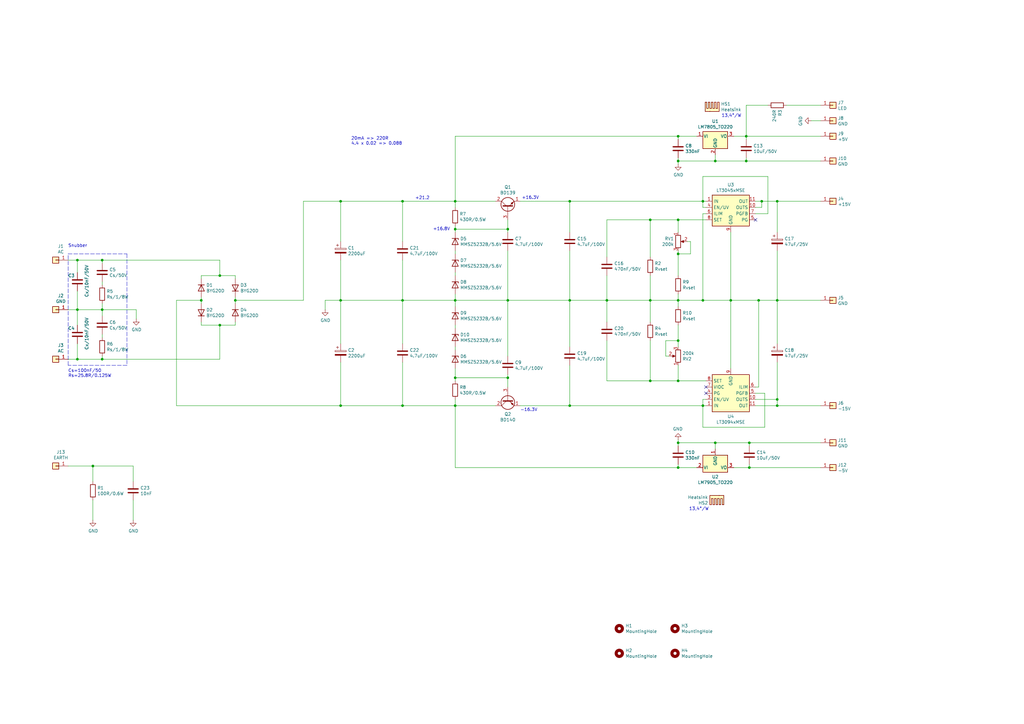
<source format=kicad_sch>
(kicad_sch (version 20250114) (generator "eeschema") (generator_version "9.0")
  (paper "A3")
  (title_block (title "Ultra Low Noise PSU") (date "2025-08-11") (rev "V5"))
  (lib_symbols
    (symbol "Connector_Generic:Conn_01x01" (pin_names (offset 1.016) (hide yes))
      (property "Reference" "J" (at 0 2.54 0))
      (property "Value" "Conn_01x01" (at 0 -2.54 0))
      (symbol "Conn_01x01_1_1"
        (rectangle (start -1.27 1.27) (end 1.27 -1.27) (stroke (width 0.254)) (fill (type background)))
        (rectangle (start -1.27 0.127) (end 0 -0.127) (stroke (width 0.1524)))
        (pin passive line (at -5.08 0 0) (length 3.81) (name "Pin_1") (number "1"))
      )
    )
    (symbol "Device:C" (pin_numbers (hide yes)) (pin_names (offset 0.254))
      (property "Reference" "C" (at 0.635 2.54 0))
      (property "Value" "C" (at 0.635 -2.54 0))
      (symbol "C_0_1"
        (polyline (pts (xy -2.032 0.762) (xy 2.032 0.762)) (stroke (width 0.508)))
        (polyline (pts (xy -2.032 -0.762) (xy 2.032 -0.762)) (stroke (width 0.508)))
      )
      (symbol "C_1_1"
        (pin passive line (at 0 3.81 270) (length 2.794) (name "~") (number "1"))
        (pin passive line (at 0 -3.81 90) (length 2.794) (name "~") (number "2"))
      )
    )
    (symbol "Device:C_Polarized" (pin_numbers (hide yes)) (pin_names (offset 0.254))
      (property "Reference" "C" (at 0.635 2.54 0))
      (property "Value" "C_Polarized" (at 0.635 -2.54 0))
      (symbol "C_Polarized_0_1"
        (rectangle (start -2.286 0.508) (end 2.286 1.016))
        (polyline (pts (xy -1.778 2.286) (xy -0.762 2.286)))
        (polyline (pts (xy -1.27 2.794) (xy -1.27 1.778)))
        (rectangle (start 2.286 -0.508) (end -2.286 -1.016) (fill (type outline)))
      )
      (symbol "C_Polarized_1_1"
        (pin passive line (at 0 3.81 270) (length 2.794) (name "~") (number "1"))
        (pin passive line (at 0 -3.81 90) (length 2.794) (name "~") (number "2"))
      )
    )
    (symbol "Device:D" (pin_numbers (hide yes)) (pin_names (offset 1.016) (hide yes))
      (property "Reference" "D" (at 0 2.54 0))
      (property "Value" "D" (at 0 -2.54 0))
      (symbol "D_0_1"
        (polyline (pts (xy -1.27 1.27) (xy -1.27 -1.27)) (stroke (width 0.254)))
        (polyline (pts (xy 1.27 1.27) (xy 1.27 -1.27) (xy -1.27 0) (xy 1.27 1.27)) (stroke (width 0.254)))
        (polyline (pts (xy 1.27 0) (xy -1.27 0)))
      )
      (symbol "D_1_1"
        (pin passive line (at -3.81 0 0) (length 2.54) (name "K") (number "1"))
        (pin passive line (at 3.81 0 180) (length 2.54) (name "A") (number "2"))
      )
    )
    (symbol "Device:R" (pin_numbers (hide yes)) (pin_names (offset 0))
      (property "Reference" "R" (at 2.032 0 90))
      (property "Value" "R" (at 0 0 90))
      (symbol "R_0_1"
        (rectangle (start -1.016 -2.54) (end 1.016 2.54) (stroke (width 0.254)))
      )
      (symbol "R_1_1"
        (pin passive line (at 0 3.81 270) (length 1.27) (name "~") (number "1"))
        (pin passive line (at 0 -3.81 90) (length 1.27) (name "~") (number "2"))
      )
    )
    (symbol "Device:R_Potentiometer" (pin_names (offset 1.016) (hide yes))
      (property "Reference" "RV" (at -4.445 0 90))
      (property "Value" "R_Potentiometer" (at -2.54 0 90))
      (symbol "R_Potentiometer_0_1"
        (rectangle (start 1.016 2.54) (end -1.016 -2.54) (stroke (width 0.254)))
        (polyline (pts (xy 1.143 0) (xy 2.286 0.508) (xy 2.286 -0.508) (xy 1.143 0)) (fill (type outline)))
        (polyline (pts (xy 2.54 0) (xy 1.524 0)))
      )
      (symbol "R_Potentiometer_1_1"
        (pin passive line (at 0 3.81 270) (length 1.27) (name "1") (number "1"))
        (pin passive line (at 0 -3.81 90) (length 1.27) (name "3") (number "3"))
        (pin passive line (at 3.81 0 180) (length 1.27) (name "2") (number "2"))
      )
    )
    (symbol "Diode:Z1SMAxxx" (pin_numbers (hide yes)) (pin_names (hide yes))
      (property "Reference" "D" (at 0 2.54 0))
      (property "Value" "Z1SMAxxx" (at 0 -2.54 0))
      (symbol "Z1SMAxxx_0_1"
        (polyline (pts (xy -1.27 -1.27) (xy -1.27 1.27) (xy -0.762 1.27)) (stroke (width 0.254)))
        (polyline (pts (xy 1.27 0) (xy -1.27 0)))
        (polyline (pts (xy 1.27 -1.27) (xy 1.27 1.27) (xy -1.27 0) (xy 1.27 -1.27)) (stroke (width 0.254)))
      )
      (symbol "Z1SMAxxx_1_1"
        (pin passive line (at -3.81 0 0) (length 2.54) (name "K") (number "1"))
        (pin passive line (at 3.81 0 180) (length 2.54) (name "A") (number "2"))
      )
    )
    (symbol "Mechanical:Heatsink" (pin_names (offset 1.016))
      (property "Reference" "HS" (at 0 5.08 0))
      (property "Value" "Heatsink" (at 0 -1.27 0))
      (symbol "Heatsink_0_1"
        (polyline (pts (xy -0.3302 1.27) (xy -0.9652 1.27) (xy -0.9652 3.81) (xy -1.6002 3.81) (xy -1.6002 1.27) (xy -2.2352 1.27) (xy -2.2352 3.81) (xy -2.8702 3.81) (xy -2.8702 0) (xy -0.9652 0)) (stroke (width 0.254)) (fill (type background)))
        (polyline (pts (xy -0.3302 1.27) (xy -0.3302 3.81) (xy 0.3048 3.81) (xy 0.3048 1.27) (xy 0.9398 1.27) (xy 0.9398 3.81) (xy 1.5748 3.81) (xy 1.5748 1.27) (xy 2.2098 1.27) (xy 2.2098 3.81) (xy 2.8448 3.81) (xy 2.8448 0) (xy -0.9652 0)) (stroke (width 0.254)) (fill (type background)))
      )
    )
    (symbol "Mechanical:MountingHole" (pin_names (offset 1.016)) (in_bom no)
      (property "Reference" "H" (at 0 5.08 0))
      (property "Value" "MountingHole" (at 0 3.175 0))
      (symbol "MountingHole_0_1"
        (circle (center 0 0) (radius 1.27) (stroke (width 1.27)))
      )
    )
    (symbol "Regulator_Linear:LM7805_TO220" (pin_names (offset 0.254))
      (property "Reference" "U" (at -3.81 3.175 0))
      (property "Value" "LM7805_TO220" (at 0 3.175 0))
      (symbol "LM7805_TO220_0_1"
        (rectangle (start -5.08 1.905) (end 5.08 -5.08) (stroke (width 0.254)) (fill (type background)))
      )
      (symbol "LM7805_TO220_1_1"
        (pin power_in line (at -7.62 0 0) (length 2.54) (name "VI") (number "1"))
        (pin power_in line (at 0 -7.62 90) (length 2.54) (name "GND") (number "2"))
        (pin power_out line (at 7.62 0 180) (length 2.54) (name "VO") (number "3"))
      )
    )
    (symbol "Regulator_Linear:LM7905_TO220" (pin_names (offset 0.254))
      (property "Reference" "U" (at -3.81 -3.175 0))
      (property "Value" "LM7905_TO220" (at 0 -3.175 0))
      (symbol "LM7905_TO220_0_1"
        (rectangle (start -5.08 5.08) (end 5.08 -1.905) (stroke (width 0.254)) (fill (type background)))
      )
      (symbol "LM7905_TO220_1_1"
        (pin power_in line (at -7.62 0 0) (length 2.54) (name "VI") (number "2"))
        (pin power_in line (at 0 7.62 270) (length 2.54) (name "GND") (number "1"))
        (pin power_out line (at 7.62 0 180) (length 2.54) (name "VO") (number "3"))
      )
    )
    (symbol "Regulator_Linear:LT3045xMSE"
      (property "Reference" "U" (at -6.35 6.35 0))
      (property "Value" "LT3045xMSE" (at 1.27 6.35 0))
      (symbol "LT3045xMSE_0_1"
        (rectangle (start -7.62 5.08) (end 7.62 -7.62) (stroke (width 0.254)) (fill (type background)))
      )
      (symbol "LT3045xMSE_1_1"
        (pin power_in line (at -10.16 2.54 0) (length 2.54) (name "IN") (number "1"))
        (pin passive line (at -10.16 2.54 0) (length 2.54) (hide yes) (name "IN") (number "2"))
        (pin passive line (at -10.16 2.54 0) (length 2.54) (hide yes) (name "IN") (number "3"))
        (pin input line (at -10.16 0 0) (length 2.54) (name "EN/UV") (number "4"))
        (pin passive line (at -10.16 -2.54 0) (length 2.54) (name "ILIM") (number "6"))
        (pin passive line (at -10.16 -5.08 0) (length 2.54) (name "SET") (number "8"))
        (pin passive line (at 0 -10.16 90) (length 2.54) (hide yes) (name "GND") (number "13"))
        (pin power_in line (at 0 -10.16 90) (length 2.54) (name "GND") (number "9"))
        (pin power_out line (at 10.16 2.54 180) (length 2.54) (name "OUT") (number "11"))
        (pin passive line (at 10.16 2.54 180) (length 2.54) (hide yes) (name "OUT") (number "12"))
        (pin input line (at 10.16 0 180) (length 2.54) (name "OUTS") (number "10"))
        (pin input line (at 10.16 -2.54 180) (length 2.54) (name "PGFB") (number "7"))
        (pin open_collector line (at 10.16 -5.08 180) (length 2.54) (name "PG") (number "5"))
      )
    )
    (symbol "Regulator_Linear:LT3094xMSE"
      (property "Reference" "U" (at -6.35 8.89 0))
      (property "Value" "LT3094xMSE" (at 1.27 8.89 0))
      (symbol "LT3094xMSE_0_0"
        (pin passive line (at -10.16 5.08 0) (length 2.54) (hide yes) (name "IN") (number "13"))
        (pin passive line (at 10.16 5.08 180) (length 2.54) (hide yes) (name "OUT") (number "12"))
      )
      (symbol "LT3094xMSE_0_1"
        (rectangle (start 7.62 7.62) (end -7.62 -7.62) (stroke (width 0.254)) (fill (type background)))
      )
      (symbol "LT3094xMSE_1_1"
        (pin power_in line (at -10.16 5.08 0) (length 2.54) (name "IN") (number "1"))
        (pin passive line (at -10.16 5.08 0) (length 2.54) (hide yes) (name "IN") (number "2"))
        (pin input line (at -10.16 2.54 0) (length 2.54) (name "EN/UV") (number "3"))
        (pin open_collector line (at -10.16 0 0) (length 2.54) (name "PG") (number "4"))
        (pin passive line (at -10.16 -2.54 0) (length 2.54) (name "VIOC") (number "7"))
        (pin passive line (at -10.16 -5.08 0) (length 2.54) (name "SET") (number "8"))
        (pin power_in line (at 0 -10.16 90) (length 2.54) (name "GND") (number "9"))
        (pin power_out line (at 10.16 5.08 180) (length 2.54) (name "OUT") (number "11"))
        (pin input line (at 10.16 2.54 180) (length 2.54) (name "OUTS") (number "10"))
        (pin input line (at 10.16 0 180) (length 2.54) (name "PGFB") (number "5"))
        (pin passive line (at 10.16 -2.54 180) (length 2.54) (name "ILIM") (number "6"))
      )
    )
    (symbol "Transistor_BJT:BD139" (pin_names (offset 0) (hide yes))
      (property "Reference" "Q" (at 5.08 1.905 0))
      (property "Value" "BD139" (at 5.08 0 0))
      (symbol "BD139_0_1"
        (polyline (pts (xy -2.54 0) (xy 0.635 0)))
        (polyline (pts (xy 0.635 1.905) (xy 0.635 -1.905)) (stroke (width 0.508)))
        (circle (center 1.27 0) (radius 2.8194) (stroke (width 0.254)))
      )
      (symbol "BD139_1_1"
        (polyline (pts (xy 0.635 0.635) (xy 2.54 2.54)))
        (polyline (pts (xy 0.635 -0.635) (xy 2.54 -2.54)))
        (polyline (pts (xy 1.27 -1.778) (xy 1.778 -1.27) (xy 2.286 -2.286) (xy 1.27 -1.778)) (fill (type outline)))
        (pin input line (at -5.08 0 0) (length 2.54) (name "B") (number "3"))
        (pin passive line (at 2.54 5.08 270) (length 2.54) (name "C") (number "2"))
        (pin passive line (at 2.54 -5.08 90) (length 2.54) (name "E") (number "1"))
      )
    )
    (symbol "Transistor_BJT:BD140" (pin_names (offset 0) (hide yes))
      (property "Reference" "Q" (at 5.08 1.905 0))
      (property "Value" "BD140" (at 5.08 0 0))
      (symbol "BD140_0_1"
        (polyline (pts (xy -2.54 0) (xy 0.635 0)))
        (polyline (pts (xy 0.635 1.905) (xy 0.635 -1.905)) (stroke (width 0.508)))
        (polyline (pts (xy 0.635 0.635) (xy 2.54 2.54)))
        (polyline (pts (xy 0.635 -0.635) (xy 2.54 -2.54)))
        (circle (center 1.27 0) (radius 2.8194) (stroke (width 0.254)))
        (polyline (pts (xy 2.286 -1.778) (xy 1.778 -2.286) (xy 1.27 -1.27) (xy 2.286 -1.778)) (fill (type outline)))
      )
      (symbol "BD140_1_1"
        (pin input line (at -5.08 0 0) (length 2.54) (name "B") (number "3"))
        (pin passive line (at 2.54 5.08 270) (length 2.54) (name "C") (number "2"))
        (pin passive line (at 2.54 -5.08 90) (length 2.54) (name "E") (number "1"))
      )
    )
    (symbol "power:GND" (power) (pin_numbers (hide yes)) (pin_names (offset 0) (hide yes))
      (property "Value" "GND" (at 0 -3.81 0))
      (symbol "GND_0_1"
        (polyline (pts (xy 0 0) (xy 0 -1.27) (xy 1.27 -1.27) (xy 0 -2.54) (xy -1.27 -1.27) (xy 0 -1.27)))
      )
      (symbol "GND_1_1"
        (pin power_in line (at 0 0 270) (length 0) (name "~") (number "1"))
      )
    )
  )
  (text "+16.3V" (at 213.995 81.915 0) (effects (font (size 1.27 1.27)) (justify left bottom)))
  (text "13,4°/W" (at 282.575 209.55 0) (effects (font (size 1.27 1.27)) (justify left bottom)))
  (text "+21.2" (at 173.228 81.28 0) (effects (font (size 1.27 1.27))))
  (text "Snubber" (at 27.94 101.6 0) (effects (font (size 1.27 1.27)) (justify left bottom)))
  (text "Cs=100nF/50\nRs=25.8R/0.125W" (at 27.94 154.94 0) (effects (font (size 1.27 1.27)) (justify left bottom)))
  (text "-16.3V" (at 213.36 168.91 0) (effects (font (size 1.27 1.27)) (justify left bottom)))
  (text "+16.8V" (at 177.546 94.742 0) (effects (font (size 1.27 1.27)) (justify left bottom)))
  (text "13,4°/W" (at 295.91 48.26 0) (effects (font (size 1.27 1.27)) (justify left bottom)))
  (text "20mA => 220R\n4.4 x 0.02 => 0.088" (at 144.018 57.912 0) (effects (font (size 1.27 1.27)) (justify left)))
  (junction (at 248.92 123.19))
  (junction (at 165.1 166.37))
  (junction (at 306.07 66.04))
  (junction (at 41.91 147.32))
  (junction (at 278.13 191.77))
  (junction (at 41.91 127))
  (junction (at 186.69 123.19))
  (junction (at 299.72 123.19))
  (junction (at 90.17 133.35))
  (junction (at 233.68 82.55))
  (junction (at 318.77 166.37))
  (junction (at 288.29 166.37))
  (junction (at 311.15 123.19))
  (junction (at 293.37 66.04))
  (junction (at 318.77 123.19))
  (junction (at 312.42 82.55))
  (junction (at 139.7 123.19))
  (junction (at 165.1 82.55))
  (junction (at 318.77 82.55))
  (junction (at 278.13 181.61))
  (junction (at 82.55 123.19))
  (junction (at 139.7 82.55))
  (junction (at 318.77 163.83))
  (junction (at 139.7 166.37))
  (junction (at 31.75 127))
  (junction (at 208.28 154.94))
  (junction (at 278.13 55.88))
  (junction (at 266.7 156.21))
  (junction (at 31.75 106.68))
  (junction (at 266.7 123.19))
  (junction (at 266.7 90.17))
  (junction (at 31.75 147.32))
  (junction (at 278.13 123.19))
  (junction (at 233.68 166.37))
  (junction (at 288.29 82.55))
  (junction (at 288.29 123.19))
  (junction (at 186.69 166.37))
  (junction (at 307.34 191.77))
  (junction (at 38.1 191.135))
  (junction (at 278.13 66.04))
  (junction (at 41.91 106.68))
  (junction (at 233.68 123.19))
  (junction (at 306.07 55.88))
  (junction (at 96.52 123.19))
  (junction (at 293.37 181.61))
  (junction (at 165.1 123.19))
  (junction (at 278.13 90.17))
  (junction (at 90.17 113.03))
  (junction (at 278.13 104.14))
  (junction (at 186.69 82.55))
  (junction (at 186.69 93.98))
  (junction (at 208.28 123.19))
  (junction (at 307.34 181.61))
  (junction (at 208.28 93.98))
  (junction (at 278.13 156.21))
  (junction (at 186.69 154.94))
  (junction (at 278.13 139.7))
  (no_connect (at 289.56 158.75))
  (no_connect (at 309.88 90.17))
  (no_connect (at 289.56 161.29))
  (wire (pts (xy 314.96 87.63) (xy 314.96 72.39)))
  (wire (pts (xy 203.2 82.55) (xy 186.69 82.55)))
  (wire (pts (xy 186.69 93.98) (xy 208.28 93.98)))
  (wire (pts (xy 266.7 156.21) (xy 278.13 156.21)))
  (wire (pts (xy 274.32 146.05) (xy 273.05 146.05)))
  (wire (pts (xy 208.28 123.19) (xy 208.28 146.05)))
  (wire (pts (xy 293.37 66.04) (xy 306.07 66.04)))
  (wire (pts (xy 186.69 123.19) (xy 208.28 123.19)))
  (wire (pts (xy 248.92 105.41) (xy 248.92 90.17)))
  (wire (pts (xy 165.1 106.68) (xy 165.1 123.19)))
  (wire (pts (xy 293.37 181.61) (xy 307.34 181.61)))
  (wire (pts (xy 233.68 82.55) (xy 233.68 95.25)))
  (wire (pts (xy 307.34 181.61) (xy 307.34 182.88)))
  (wire (pts (xy 312.42 85.09) (xy 312.42 82.55)))
  (wire (pts (xy 54.61 205.105) (xy 54.61 213.36)))
  (wire (pts (xy 278.13 149.86) (xy 278.13 156.21)))
  (wire (pts (xy 208.28 154.94) (xy 208.28 158.75)))
  (wire (pts (xy 186.69 104.14) (xy 186.69 102.87)))
  (wire (pts (xy 278.13 67.31) (xy 278.13 66.04)))
  (wire (pts (xy 278.13 90.17) (xy 289.56 90.17)))
  (wire (pts (xy 27.94 127) (xy 31.75 127)))
  (wire (pts (xy 186.69 82.55) (xy 165.1 82.55)))
  (wire (pts (xy 278.13 191.77) (xy 186.69 191.77)))
  (wire (pts (xy 318.77 123.19) (xy 336.55 123.19)))
  (wire (pts (xy 96.52 121.92) (xy 96.52 123.19)))
  (wire (pts (xy 186.69 154.94) (xy 208.28 154.94)))
  (wire (pts (xy 31.75 147.32) (xy 41.91 147.32)))
  (wire (pts (xy 186.69 191.77) (xy 186.69 166.37)))
  (wire (pts (xy 248.92 123.19) (xy 266.7 123.19)))
  (wire (pts (xy 288.29 175.26) (xy 288.29 166.37)))
  (wire (pts (xy 311.15 123.19) (xy 318.77 123.19)))
  (wire (pts (xy 186.69 55.88) (xy 278.13 55.88)))
  (wire (pts (xy 82.55 113.03) (xy 82.55 114.3)))
  (wire (pts (xy 299.72 123.19) (xy 311.15 123.19)))
  (wire (pts (xy 278.13 123.19) (xy 278.13 125.73)))
  (wire (pts (xy 289.56 163.83) (xy 288.29 163.83)))
  (wire (pts (xy 41.91 127) (xy 55.88 127)))
  (wire (pts (xy 288.29 163.83) (xy 288.29 166.37)))
  (wire (pts (xy 266.7 123.19) (xy 278.13 123.19)))
  (wire (pts (xy 96.52 114.3) (xy 96.52 113.03)))
  (wire (pts (xy 309.88 166.37) (xy 318.77 166.37)))
  (wire (pts (xy 278.13 120.65) (xy 278.13 123.19)))
  (wire (pts (xy 72.39 166.37) (xy 139.7 166.37)))
  (wire (pts (xy 248.92 90.17) (xy 266.7 90.17)))
  (wire (pts (xy 278.13 57.15) (xy 278.13 55.88)))
  (wire (pts (xy 278.13 133.35) (xy 278.13 139.7)))
  (wire (pts (xy 41.91 129.54) (xy 41.91 127)))
  (wire (pts (xy 233.68 123.19) (xy 248.92 123.19)))
  (wire (pts (xy 208.28 153.67) (xy 208.28 154.94)))
  (wire (pts (xy 90.17 106.68) (xy 90.17 113.03)))
  (wire (pts (xy 336.55 43.18) (xy 322.58 43.18)))
  (wire (pts (xy 318.77 82.55) (xy 318.77 95.25)))
  (wire (pts (xy 314.96 43.18) (xy 306.07 43.18)))
  (wire (pts (xy 31.75 111.76) (xy 31.75 106.68)))
  (wire (pts (xy 72.39 123.19) (xy 82.55 123.19)))
  (wire (pts (xy 233.68 142.24) (xy 233.68 123.19)))
  (wire (pts (xy 288.29 123.19) (xy 299.72 123.19)))
  (wire (pts (xy 293.37 181.61) (xy 278.13 181.61)))
  (wire (pts (xy 208.28 123.19) (xy 233.68 123.19)))
  (wire (pts (xy 82.55 123.19) (xy 82.55 124.46)))
  (wire (pts (xy 233.68 166.37) (xy 213.36 166.37)))
  (wire (pts (xy 278.13 55.88) (xy 285.75 55.88)))
  (wire (pts (xy 288.29 87.63) (xy 288.29 123.19)))
  (wire (pts (xy 266.7 90.17) (xy 266.7 105.41)))
  (wire (pts (xy 288.29 82.55) (xy 289.56 82.55)))
  (wire (pts (xy 31.75 127) (xy 41.91 127)))
  (wire (pts (xy 278.13 156.21) (xy 289.56 156.21)))
  (wire (pts (xy 306.07 66.04) (xy 336.55 66.04)))
  (wire (pts (xy 186.69 166.37) (xy 186.69 163.83)))
  (wire (pts (xy 278.13 191.77) (xy 278.13 190.5)))
  (wire (pts (xy 213.36 82.55) (xy 233.68 82.55)))
  (wire (pts (xy 124.46 82.55) (xy 139.7 82.55)))
  (wire (pts (xy 283.21 99.06) (xy 283.21 104.14)))
  (wire (pts (xy 96.52 113.03) (xy 90.17 113.03)))
  (wire (pts (xy 293.37 66.04) (xy 293.37 63.5)))
  (polyline (pts (xy 52.07 149.86) (xy 27.94 149.86)) (stroke (width 0) (type dash)))
  (wire (pts (xy 281.94 99.06) (xy 283.21 99.06)))
  (wire (pts (xy 289.56 87.63) (xy 288.29 87.63)))
  (polyline (pts (xy 27.94 104.14) (xy 52.07 104.14)) (stroke (width 0) (type dash)))
  (wire (pts (xy 186.69 125.73) (xy 186.69 123.19)))
  (wire (pts (xy 139.7 166.37) (xy 165.1 166.37)))
  (wire (pts (xy 313.69 175.26) (xy 288.29 175.26)))
  (wire (pts (xy 248.92 113.03) (xy 248.92 123.19)))
  (wire (pts (xy 299.72 151.13) (xy 299.72 123.19)))
  (wire (pts (xy 38.1 197.485) (xy 38.1 191.135)))
  (wire (pts (xy 278.13 66.04) (xy 278.13 64.77)))
  (wire (pts (xy 139.7 82.55) (xy 165.1 82.55)))
  (wire (pts (xy 165.1 123.19) (xy 186.69 123.19)))
  (polyline (pts (xy 27.94 149.86) (xy 27.94 104.14)) (stroke (width 0) (type dash)))
  (wire (pts (xy 186.69 156.21) (xy 186.69 154.94)))
  (wire (pts (xy 186.69 95.25) (xy 186.69 93.98)))
  (wire (pts (xy 278.13 90.17) (xy 278.13 95.25)))
  (wire (pts (xy 318.77 148.59) (xy 318.77 163.83)))
  (wire (pts (xy 186.69 82.55) (xy 186.69 85.09)))
  (wire (pts (xy 186.69 82.55) (xy 186.69 55.88)))
  (wire (pts (xy 288.29 85.09) (xy 288.29 82.55)))
  (wire (pts (xy 82.55 133.35) (xy 90.17 133.35)))
  (wire (pts (xy 139.7 140.97) (xy 139.7 123.19)))
  (wire (pts (xy 312.42 82.55) (xy 318.77 82.55)))
  (wire (pts (xy 41.91 138.43) (xy 41.91 137.16)))
  (wire (pts (xy 55.88 130.81) (xy 55.88 127)))
  (wire (pts (xy 307.34 190.5) (xy 307.34 191.77)))
  (wire (pts (xy 288.29 166.37) (xy 289.56 166.37)))
  (wire (pts (xy 72.39 123.19) (xy 72.39 166.37)))
  (wire (pts (xy 336.55 49.53) (xy 332.74 49.53)))
  (wire (pts (xy 318.77 102.87) (xy 318.77 123.19)))
  (wire (pts (xy 38.1 205.105) (xy 38.1 213.36)))
  (wire (pts (xy 288.29 72.39) (xy 288.29 82.55)))
  (wire (pts (xy 278.13 182.88) (xy 278.13 181.61)))
  (wire (pts (xy 336.55 82.55) (xy 318.77 82.55)))
  (polyline (pts (xy 52.07 104.14) (xy 52.07 149.86)) (stroke (width 0) (type dash)))
  (wire (pts (xy 41.91 107.95) (xy 41.91 106.68)))
  (wire (pts (xy 82.55 121.92) (xy 82.55 123.19)))
  (wire (pts (xy 41.91 106.68) (xy 90.17 106.68)))
  (wire (pts (xy 31.75 133.35) (xy 31.75 127)))
  (wire (pts (xy 208.28 93.98) (xy 208.28 95.25)))
  (wire (pts (xy 38.1 191.135) (xy 27.94 191.135)))
  (wire (pts (xy 31.75 106.68) (xy 27.94 106.68)))
  (wire (pts (xy 233.68 102.87) (xy 233.68 123.19)))
  (wire (pts (xy 208.28 93.98) (xy 208.28 90.17)))
  (wire (pts (xy 186.69 154.94) (xy 186.69 151.13)))
  (wire (pts (xy 82.55 132.08) (xy 82.55 133.35)))
  (wire (pts (xy 203.2 166.37) (xy 186.69 166.37)))
  (wire (pts (xy 139.7 123.19) (xy 165.1 123.19)))
  (wire (pts (xy 54.61 197.485) (xy 54.61 191.135)))
  (wire (pts (xy 208.28 102.87) (xy 208.28 123.19)))
  (wire (pts (xy 96.52 133.35) (xy 96.52 132.08)))
  (wire (pts (xy 90.17 113.03) (xy 82.55 113.03)))
  (wire (pts (xy 278.13 123.19) (xy 288.29 123.19)))
  (wire (pts (xy 309.88 82.55) (xy 312.42 82.55)))
  (wire (pts (xy 96.52 123.19) (xy 124.46 123.19)))
  (wire (pts (xy 309.88 158.75) (xy 311.15 158.75)))
  (wire (pts (xy 309.88 85.09) (xy 312.42 85.09)))
  (wire (pts (xy 289.56 85.09) (xy 288.29 85.09)))
  (wire (pts (xy 278.13 102.87) (xy 278.13 104.14)))
  (wire (pts (xy 139.7 99.06) (xy 139.7 82.55)))
  (wire (pts (xy 133.35 127) (xy 133.35 123.19)))
  (wire (pts (xy 300.99 55.88) (xy 306.07 55.88)))
  (wire (pts (xy 41.91 106.68) (xy 31.75 106.68)))
  (wire (pts (xy 283.21 104.14) (xy 278.13 104.14)))
  (wire (pts (xy 309.88 161.29) (xy 313.69 161.29)))
  (wire (pts (xy 186.69 143.51) (xy 186.69 142.24)))
  (wire (pts (xy 248.92 132.08) (xy 248.92 123.19)))
  (wire (pts (xy 306.07 55.88) (xy 336.55 55.88)))
  (wire (pts (xy 90.17 133.35) (xy 90.17 147.32)))
  (wire (pts (xy 248.92 156.21) (xy 266.7 156.21)))
  (wire (pts (xy 233.68 166.37) (xy 288.29 166.37)))
  (wire (pts (xy 41.91 147.32) (xy 90.17 147.32)))
  (wire (pts (xy 31.75 140.97) (xy 31.75 147.32)))
  (wire (pts (xy 318.77 163.83) (xy 318.77 166.37)))
  (wire (pts (xy 278.13 181.61) (xy 278.13 180.34)))
  (wire (pts (xy 293.37 181.61) (xy 293.37 184.15)))
  (wire (pts (xy 54.61 191.135) (xy 38.1 191.135)))
  (wire (pts (xy 273.05 146.05) (xy 273.05 139.7)))
  (wire (pts (xy 309.88 163.83) (xy 318.77 163.83)))
  (wire (pts (xy 313.69 161.29) (xy 313.69 175.26)))
  (wire (pts (xy 300.99 191.77) (xy 307.34 191.77)))
  (wire (pts (xy 186.69 166.37) (xy 165.1 166.37)))
  (wire (pts (xy 278.13 142.24) (xy 278.13 139.7)))
  (wire (pts (xy 133.35 123.19) (xy 139.7 123.19)))
  (wire (pts (xy 186.69 113.03) (xy 186.69 111.76)))
  (wire (pts (xy 318.77 166.37) (xy 336.55 166.37)))
  (wire (pts (xy 266.7 113.03) (xy 266.7 123.19)))
  (wire (pts (xy 273.05 139.7) (xy 278.13 139.7)))
  (wire (pts (xy 233.68 149.86) (xy 233.68 166.37)))
  (wire (pts (xy 266.7 139.7) (xy 266.7 156.21)))
  (wire (pts (xy 278.13 104.14) (xy 278.13 113.03)))
  (wire (pts (xy 233.68 82.55) (xy 288.29 82.55)))
  (wire (pts (xy 41.91 147.32) (xy 41.91 146.05)))
  (wire (pts (xy 299.72 95.25) (xy 299.72 123.19)))
  (wire (pts (xy 186.69 134.62) (xy 186.69 133.35)))
  (wire (pts (xy 165.1 148.59) (xy 165.1 166.37)))
  (wire (pts (xy 186.69 93.98) (xy 186.69 92.71)))
  (wire (pts (xy 311.15 158.75) (xy 311.15 123.19)))
  (wire (pts (xy 307.34 191.77) (xy 336.55 191.77)))
  (wire (pts (xy 309.88 87.63) (xy 314.96 87.63)))
  (wire (pts (xy 165.1 99.06) (xy 165.1 82.55)))
  (wire (pts (xy 41.91 116.84) (xy 41.91 115.57)))
  (wire (pts (xy 293.37 66.04) (xy 278.13 66.04)))
  (wire (pts (xy 266.7 90.17) (xy 278.13 90.17)))
  (wire (pts (xy 90.17 133.35) (xy 96.52 133.35)))
  (wire (pts (xy 266.7 123.19) (xy 266.7 132.08)))
  (wire (pts (xy 318.77 140.97) (xy 318.77 123.19)))
  (wire (pts (xy 248.92 139.7) (xy 248.92 156.21)))
  (wire (pts (xy 307.34 181.61) (xy 336.55 181.61)))
  (wire (pts (xy 41.91 127) (xy 41.91 124.46)))
  (wire (pts (xy 306.07 64.77) (xy 306.07 66.04)))
  (wire (pts (xy 285.75 191.77) (xy 278.13 191.77)))
  (wire (pts (xy 31.75 119.38) (xy 31.75 127)))
  (wire (pts (xy 314.96 72.39) (xy 288.29 72.39)))
  (wire (pts (xy 124.46 123.19) (xy 124.46 82.55)))
  (wire (pts (xy 306.07 55.88) (xy 306.07 57.15)))
  (wire (pts (xy 165.1 140.97) (xy 165.1 123.19)))
  (wire (pts (xy 139.7 106.68) (xy 139.7 123.19)))
  (wire (pts (xy 139.7 148.59) (xy 139.7 166.37)))
  (wire (pts (xy 96.52 123.19) (xy 96.52 124.46)))
  (wire (pts (xy 306.07 43.18) (xy 306.07 55.88)))
  (wire (pts (xy 27.94 147.32) (xy 31.75 147.32)))
  (wire (pts (xy 186.69 120.65) (xy 186.69 123.19)))
  (symbol (lib_id "Connector_Generic:Conn_01x01") (at 22.86 127 180) (unit 1)
    (property "Reference" "J2" (at 24.9428 121.285 0))
    (property "Value" "GND" (at 24.9428 123.5964 0))
    (property "Footprint" "Connector_Pin:Pin_D1.3mm_L11.0mm" (effects (hide yes)))
    (property "Description" "Generic connector, single row, 01x01, script generated (kicad-library-utils/schlib/autogen/connector/)" (effects (hide yes)))
  )
  (symbol (lib_id "Device:R_Potentiometer") (at 278.13 99.06 0) (unit 1)
    (property "Reference" "RV1" (at 276.3774 97.8916 0) (effects (justify right)))
    (property "Value" "200k" (at 276.3774 100.203 0) (effects (justify right)))
    (property "Footprint" "Potentiometer_THT:Potentiometer_Bourns_3296W_Vertical" (effects (hide yes)))
    (property "Description" "Potentiometer" (effects (hide yes)))
  )
  (symbol (lib_id "Mechanical:MountingHole") (at 254 257.81 0) (unit 1) (in_bom no)
    (property "Reference" "H1" (at 256.54 256.6416 0) (effects (justify left)))
    (property "Value" "MountingHole" (at 256.54 258.953 0) (effects (justify left)))
    (property "Footprint" "MountingHole:MountingHole_3.2mm_M3_Pad_Via" (effects (hide yes)))
    (property "Description" "Mounting Hole without connection" (effects (hide yes)))
  )
  (symbol (lib_id "Mechanical:MountingHole") (at 276.86 257.81 0) (unit 1) (in_bom no)
    (property "Reference" "H3" (at 279.4 256.6416 0) (effects (justify left)))
    (property "Value" "MountingHole" (at 279.4 258.953 0) (effects (justify left)))
    (property "Footprint" "MountingHole:MountingHole_3.2mm_M3_Pad_Via" (effects (hide yes)))
    (property "Description" "Mounting Hole without connection" (effects (hide yes)))
  )
  (symbol (lib_id "Mechanical:MountingHole") (at 254 267.97 0) (unit 1) (in_bom no)
    (property "Reference" "H2" (at 256.54 266.8016 0) (effects (justify left)))
    (property "Value" "MountingHole" (at 256.54 269.113 0) (effects (justify left)))
    (property "Footprint" "MountingHole:MountingHole_3.2mm_M3_Pad_Via" (effects (hide yes)))
    (property "Description" "Mounting Hole without connection" (effects (hide yes)))
  )
  (symbol (lib_id "Mechanical:MountingHole") (at 276.86 267.97 0) (unit 1) (in_bom no)
    (property "Reference" "H4" (at 279.4 266.8016 0) (effects (justify left)))
    (property "Value" "MountingHole" (at 279.4 269.113 0) (effects (justify left)))
    (property "Footprint" "MountingHole:MountingHole_3.2mm_M3_Pad_Via" (effects (hide yes)))
    (property "Description" "Mounting Hole without connection" (effects (hide yes)))
  )
  (symbol (lib_id "Connector_Generic:Conn_01x01") (at 22.86 106.68 180) (unit 1)
    (property "Reference" "J1" (at 24.9428 100.965 0))
    (property "Value" "AC" (at 24.9428 103.2764 0))
    (property "Footprint" "Connector_Pin:Pin_D1.3mm_L11.0mm" (effects (hide yes)))
    (property "Description" "Generic connector, single row, 01x01, script generated (kicad-library-utils/schlib/autogen/connector/)" (effects (hide yes)))
  )
  (symbol (lib_id "Connector_Generic:Conn_01x01") (at 22.86 147.32 180) (unit 1)
    (property "Reference" "J3" (at 24.9428 141.605 0))
    (property "Value" "AC" (at 24.9428 143.9164 0))
    (property "Footprint" "Connector_Pin:Pin_D1.3mm_L11.0mm" (effects (hide yes)))
    (property "Description" "Generic connector, single row, 01x01, script generated (kicad-library-utils/schlib/autogen/connector/)" (effects (hide yes)))
  )
  (symbol (lib_id "Device:C_Polarized") (at 139.7 102.87 0) (unit 1)
    (property "Reference" "C1" (at 142.6972 101.7016 0) (effects (justify left)))
    (property "Value" "2200uF" (at 142.6972 104.013 0) (effects (justify left)))
    (property "Footprint" "Capacitor_THT:CP_Radial_D16.0mm_P7.50mm" (effects (hide yes)))
    (property "Description" "Polarized capacitor" (effects (hide yes)))
  )
  (symbol (lib_id "power:GND") (at 55.88 130.81 0) (unit 1)
    (property "Reference" "#PWR01" (effects (hide yes)))
    (property "Value" "GND" (at 56.007 135.2042 0))
    (property "Description" "Power symbol creates a global label with name \"GND\" , ground" (effects (hide yes)))
  )
  (symbol (lib_id "Connector_Generic:Conn_01x01") (at 341.63 123.19 0) (unit 1)
    (property "Reference" "J5" (at 343.662 122.1232 0) (effects (justify left)))
    (property "Value" "GND" (at 343.662 124.4346 0) (effects (justify left)))
    (property "Footprint" "Connector_Pin:Pin_D1.0mm_L10.0mm" (effects (hide yes)))
    (property "Description" "Generic connector, single row, 01x01, script generated (kicad-library-utils/schlib/autogen/connector/)" (effects (hide yes)))
  )
  (symbol (lib_id "Connector_Generic:Conn_01x01") (at 341.63 82.55 0) (unit 1)
    (property "Reference" "J4" (at 343.662 81.4832 0) (effects (justify left)))
    (property "Value" "+15V" (at 343.662 83.7946 0) (effects (justify left)))
    (property "Footprint" "Connector_Pin:Pin_D1.0mm_L10.0mm" (effects (hide yes)))
    (property "Description" "Generic connector, single row, 01x01, script generated (kicad-library-utils/schlib/autogen/connector/)" (effects (hide yes)))
  )
  (symbol (lib_id "Connector_Generic:Conn_01x01") (at 341.63 166.37 0) (unit 1)
    (property "Reference" "J6" (at 343.662 165.3032 0) (effects (justify left)))
    (property "Value" "-15V" (at 343.662 167.6146 0) (effects (justify left)))
    (property "Footprint" "Connector_Pin:Pin_D1.0mm_L10.0mm" (effects (hide yes)))
    (property "Description" "Generic connector, single row, 01x01, script generated (kicad-library-utils/schlib/autogen/connector/)" (effects (hide yes)))
  )
  (symbol (lib_id "power:GND") (at 133.35 127 0) (unit 1)
    (property "Reference" "#PWR02" (effects (hide yes)))
    (property "Value" "GND" (at 133.477 131.3942 0))
    (property "Description" "Power symbol creates a global label with name \"GND\" , ground" (effects (hide yes)))
  )
  (symbol (lib_id "Device:C_Polarized") (at 139.7 144.78 0) (unit 1)
    (property "Reference" "C2" (at 142.6972 143.6116 0) (effects (justify left)))
    (property "Value" "2200uF" (at 142.6972 145.923 0) (effects (justify left)))
    (property "Footprint" "Capacitor_THT:CP_Radial_D16.0mm_P7.50mm" (effects (hide yes)))
    (property "Description" "Polarized capacitor" (effects (hide yes)))
  )
  (symbol (lib_id "Device:R_Potentiometer") (at 278.13 146.05 180) (unit 1)
    (property "Reference" "RV2" (at 279.8826 147.2184 0) (effects (justify right)))
    (property "Value" "200k" (at 279.8826 144.907 0) (effects (justify right)))
    (property "Footprint" "Potentiometer_THT:Potentiometer_Bourns_3296W_Vertical" (effects (hide yes)))
    (property "Description" "Potentiometer" (effects (hide yes)))
  )
  (symbol (lib_id "Device:C") (at 278.13 60.96 0) (unit 1)
    (property "Reference" "C8" (at 281.051 59.7916 0) (effects (justify left)))
    (property "Value" "330nF" (at 281.051 62.103 0) (effects (justify left)))
    (property "Footprint" "Capacitor_SMD:C_0805_2012Metric_Pad1.18x1.45mm_HandSolder" (effects (hide yes)))
    (property "Description" "Unpolarized capacitor" (effects (hide yes)))
  )
  (symbol (lib_id "power:GND") (at 278.13 67.31 0) (unit 1)
    (property "Reference" "#PWR03" (effects (hide yes)))
    (property "Value" "GND" (at 278.257 71.7042 0))
    (property "Description" "Power symbol creates a global label with name \"GND\" , ground" (effects (hide yes)))
  )
  (symbol (lib_id "Connector_Generic:Conn_01x01") (at 341.63 55.88 0) (unit 1)
    (property "Reference" "J9" (at 343.662 54.8132 0) (effects (justify left)))
    (property "Value" "+5V" (at 343.662 57.1246 0) (effects (justify left)))
    (property "Footprint" "Connector_Pin:Pin_D1.0mm_L10.0mm" (effects (hide yes)))
    (property "Description" "Generic connector, single row, 01x01, script generated (kicad-library-utils/schlib/autogen/connector/)" (effects (hide yes)))
  )
  (symbol (lib_id "Connector_Generic:Conn_01x01") (at 341.63 66.04 0) (unit 1)
    (property "Reference" "J10" (at 343.662 64.9732 0) (effects (justify left)))
    (property "Value" "GND" (at 343.662 67.2846 0) (effects (justify left)))
    (property "Footprint" "Connector_Pin:Pin_D1.0mm_L10.0mm" (effects (hide yes)))
    (property "Description" "Generic connector, single row, 01x01, script generated (kicad-library-utils/schlib/autogen/connector/)" (effects (hide yes)))
  )
  (symbol (lib_id "Device:R") (at 318.77 43.18 270) (unit 1)
    (property "Reference" "R3" (at 319.9384 44.958 0) (effects (justify left)))
    (property "Value" "240R" (at 317.627 44.958 0) (effects (justify left)))
    (property "Footprint" "Resistor_SMD:R_0805_2012Metric_Pad1.20x1.40mm_HandSolder" (effects (hide yes)))
    (property "Description" "Resistor" (effects (hide yes)))
  )
  (symbol (lib_id "Connector_Generic:Conn_01x01") (at 341.63 43.18 0) (unit 1)
    (property "Reference" "J7" (at 343.662 42.1132 0) (effects (justify left)))
    (property "Value" "LED" (at 343.662 44.4246 0) (effects (justify left)))
    (property "Footprint" "Connector_Pin:Pin_D1.0mm_L10.0mm" (effects (hide yes)))
    (property "Description" "Generic connector, single row, 01x01, script generated (kicad-library-utils/schlib/autogen/connector/)" (effects (hide yes)))
  )
  (symbol (lib_id "Connector_Generic:Conn_01x01") (at 341.63 49.53 0) (unit 1)
    (property "Reference" "J8" (at 343.662 48.4632 0) (effects (justify left)))
    (property "Value" "GND" (at 343.662 50.7746 0) (effects (justify left)))
    (property "Footprint" "Connector_Pin:Pin_D1.0mm_L10.0mm" (effects (hide yes)))
    (property "Description" "Generic connector, single row, 01x01, script generated (kicad-library-utils/schlib/autogen/connector/)" (effects (hide yes)))
  )
  (symbol (lib_id "power:GND") (at 332.74 49.53 270) (unit 1)
    (property "Reference" "#PWR05" (effects (hide yes)))
    (property "Value" "GND" (at 328.3458 49.657 0))
    (property "Description" "Power symbol creates a global label with name \"GND\" , ground" (effects (hide yes)))
  )
  (symbol (lib_id "Device:C") (at 278.13 186.69 0) (unit 1)
    (property "Reference" "C10" (at 281.051 185.5216 0) (effects (justify left)))
    (property "Value" "330nF" (at 281.051 187.833 0) (effects (justify left)))
    (property "Footprint" "Capacitor_SMD:C_0805_2012Metric_Pad1.18x1.45mm_HandSolder" (effects (hide yes)))
    (property "Description" "Unpolarized capacitor" (effects (hide yes)))
  )
  (symbol (lib_id "power:GND") (at 278.13 180.34 180) (unit 1)
    (property "Reference" "#PWR04" (effects (hide yes)))
    (property "Value" "GND" (at 278.003 175.9458 0))
    (property "Description" "Power symbol creates a global label with name \"GND\" , ground" (effects (hide yes)))
  )
  (symbol (lib_id "Connector_Generic:Conn_01x01") (at 341.63 181.61 0) (unit 1)
    (property "Reference" "J11" (at 343.662 180.5432 0) (effects (justify left)))
    (property "Value" "GND" (at 343.662 182.8546 0) (effects (justify left)))
    (property "Footprint" "Connector_Pin:Pin_D1.0mm_L10.0mm" (effects (hide yes)))
    (property "Description" "Generic connector, single row, 01x01, script generated (kicad-library-utils/schlib/autogen/connector/)" (effects (hide yes)))
  )
  (symbol (lib_id "Connector_Generic:Conn_01x01") (at 341.63 191.77 0) (unit 1)
    (property "Reference" "J12" (at 343.662 190.7032 0) (effects (justify left)))
    (property "Value" "-5V" (at 343.662 193.0146 0) (effects (justify left)))
    (property "Footprint" "Connector_Pin:Pin_D1.0mm_L10.0mm" (effects (hide yes)))
    (property "Description" "Generic connector, single row, 01x01, script generated (kicad-library-utils/schlib/autogen/connector/)" (effects (hide yes)))
  )
  (symbol (lib_id "Device:C_Polarized") (at 318.77 99.06 0) (unit 1)
    (property "Reference" "C17" (at 321.7672 97.8916 0) (effects (justify left)))
    (property "Value" "47uF/25V" (at 321.7672 100.203 0) (effects (justify left)))
    (property "Footprint" "Capacitor_Tantalum_SMD:CP_EIA-7343-31_Kemet-D_HandSolder" (effects (hide yes)))
    (property "Description" "Polarized capacitor" (effects (hide yes)))
  )
  (symbol (lib_id "Device:C_Polarized") (at 318.77 144.78 0) (unit 1)
    (property "Reference" "C18" (at 321.7672 143.6116 0) (effects (justify left)))
    (property "Value" "47uF/25V" (at 321.7672 145.923 0) (effects (justify left)))
    (property "Footprint" "Capacitor_Tantalum_SMD:CP_EIA-7343-31_Kemet-D_HandSolder" (effects (hide yes)))
    (property "Description" "Polarized capacitor" (effects (hide yes)))
  )
  (symbol (lib_id "Device:D") (at 82.55 118.11 270) (unit 1)
    (property "Reference" "D1" (at 84.582 116.9416 90) (effects (justify left)))
    (property "Value" "BYG20D" (at 84.582 119.253 90) (effects (justify left)))
    (property "Footprint" "Diode_SMD:D_SMA_Handsoldering" (effects (hide yes)))
    (property "Description" "Diode" (effects (hide yes)))
    (property "Sim.Device" "D" (effects (hide yes)))
    (property "Sim.Pins" "1=K 2=A" (effects (hide yes)))
  )
  (symbol (lib_id "Device:D") (at 82.55 128.27 90) (unit 1)
    (property "Reference" "D2" (at 84.582 127.1016 90) (effects (justify right)))
    (property "Value" "BYG20D" (at 84.582 129.413 90) (effects (justify right)))
    (property "Footprint" "Diode_SMD:D_SMA_Handsoldering" (effects (hide yes)))
    (property "Description" "Diode" (effects (hide yes)))
    (property "Sim.Device" "D" (effects (hide yes)))
    (property "Sim.Pins" "1=K 2=A" (effects (hide yes)))
  )
  (symbol (lib_id "Device:D") (at 96.52 118.11 90) (unit 1)
    (property "Reference" "D3" (at 98.552 116.9416 90) (effects (justify right)))
    (property "Value" "BYG20D" (at 98.552 119.253 90) (effects (justify right)))
    (property "Footprint" "Diode_SMD:D_SMA_Handsoldering" (effects (hide yes)))
    (property "Description" "Diode" (effects (hide yes)))
    (property "Sim.Device" "D" (effects (hide yes)))
    (property "Sim.Pins" "1=K 2=A" (effects (hide yes)))
  )
  (symbol (lib_id "Device:D") (at 96.52 128.27 270) (unit 1)
    (property "Reference" "D4" (at 98.552 127.1016 90) (effects (justify left)))
    (property "Value" "BYG20D" (at 98.552 129.413 90) (effects (justify left)))
    (property "Footprint" "Diode_SMD:D_SMA_Handsoldering" (effects (hide yes)))
    (property "Description" "Diode" (effects (hide yes)))
    (property "Sim.Device" "D" (effects (hide yes)))
    (property "Sim.Pins" "1=K 2=A" (effects (hide yes)))
  )
  (symbol (lib_id "Regulator_Linear:LM7805_TO220") (at 293.37 55.88 0) (unit 1)
    (property "Reference" "U1" (at 293.37 49.7332 0))
    (property "Value" "LM7805_TO220" (at 293.37 52.0446 0))
    (property "Footprint" "Package_TO_SOT_THT:TO-220-3_Vertical" (effects (hide yes)))
    (property "Datasheet" "https://www.onsemi.cn/PowerSolutions/document/MC7800-D.PDF" (effects (hide yes)))
    (property "Description" "Positive 1A 35V Linear Regulator, Fixed Output 5V, TO-220" (effects (hide yes)))
  )
  (symbol (lib_id "Regulator_Linear:LM7905_TO220") (at 293.37 191.77 0) (unit 1)
    (property "Reference" "U2" (at 293.37 195.5546 0))
    (property "Value" "LM7905_TO220" (at 293.37 197.866 0))
    (property "Footprint" "Package_TO_SOT_THT:TO-220-3_Vertical" (effects (hide yes)))
    (property "Datasheet" "https://www.onsemi.com/pub/Collateral/MC7900-D.PDF" (effects (hide yes)))
    (property "Description" "Negative 1A 35V Linear Regulator, Fixed Output 5V, TO-220" (effects (hide yes)))
  )
  (symbol (lib_id "Diode:Z1SMAxxx") (at 186.69 99.06 270) (unit 1)
    (property "Reference" "D5" (at 188.722 97.8916 90) (effects (justify left)))
    (property "Value" "MMSZ5232B/5.6V" (at 188.722 100.203 90) (effects (justify left)))
    (property "Footprint" "Diode_SMD:D_SOD-123" (effects (hide yes)))
    (property "Datasheet" "https://diotec.com/tl_files/diotec/files/pdf/datasheets/z1sma1.pdf" (effects (hide yes)))
    (property "Description" "1000mW Zener Diode, SMA(DO-214AC)" (effects (hide yes)))
  )
  (symbol (lib_id "Device:R") (at 186.69 88.9 0) (unit 1)
    (property "Reference" "R7" (at 188.468 87.7316 0) (effects (justify left)))
    (property "Value" "430R/0.5W" (at 188.468 90.043 0) (effects (justify left)))
    (property "Footprint" "Resistor_SMD:R_0805_2012Metric_Pad1.20x1.40mm_HandSolder" (effects (hide yes)))
    (property "Description" "Resistor" (effects (hide yes)))
  )
  (symbol (lib_id "Transistor_BJT:BD139") (at 208.28 85.09 90) (unit 1)
    (property "Reference" "Q1" (at 208.28 76.7334 90))
    (property "Value" "BD139" (at 208.28 79.0448 90))
    (property "Footprint" "Package_TO_SOT_THT:TO-126-3_Vertical" (effects (hide yes)))
    (property "Datasheet" "http://www.st.com/internet/com/TECHNICAL_RESOURCES/TECHNICAL_LITERATURE/DATASHEET/CD00001225.pdf" (effects (hide yes)))
    (property "Description" "1.5A Ic, 80V Vce, Low Voltage Transistor, TO-126" (effects (hide yes)))
  )
  (symbol (lib_id "Device:C") (at 208.28 99.06 0) (unit 1)
    (property "Reference" "C7" (at 211.201 97.8916 0) (effects (justify left)))
    (property "Value" "4.7uF/100V" (at 211.201 100.203 0) (effects (justify left)))
    (property "Footprint" "Capacitor_SMD:C_1206_3216Metric_Pad1.33x1.80mm_HandSolder" (effects (hide yes)))
    (property "Description" "Unpolarized capacitor" (effects (hide yes)))
  )
  (symbol (lib_id "Device:C") (at 31.75 115.57 0) (unit 1)
    (property "Reference" "C3" (at 27.94 113.03 0) (effects (justify left)))
    (property "Value" "Cx/10nF/50V" (at 35.56 121.92 90) (effects (justify left)))
    (property "Footprint" "Capacitor_SMD:C_0805_2012Metric_Pad1.18x1.45mm_HandSolder" (effects (hide yes)))
    (property "Description" "Unpolarized capacitor" (effects (hide yes)))
  )
  (symbol (lib_id "Device:C") (at 31.75 137.16 0) (unit 1)
    (property "Reference" "C4" (at 27.94 134.62 0) (effects (justify left)))
    (property "Value" "Cx/10nF/50V" (at 35.56 143.51 90) (effects (justify left)))
    (property "Footprint" "Capacitor_SMD:C_0805_2012Metric_Pad1.18x1.45mm_HandSolder" (effects (hide yes)))
    (property "Description" "Unpolarized capacitor" (effects (hide yes)))
  )
  (symbol (lib_id "Device:C") (at 41.91 111.76 0) (unit 1)
    (property "Reference" "C5" (at 44.831 110.5916 0) (effects (justify left)))
    (property "Value" "Cs/50V" (at 44.831 112.903 0) (effects (justify left)))
    (property "Footprint" "Capacitor_SMD:C_0805_2012Metric_Pad1.18x1.45mm_HandSolder" (effects (hide yes)))
    (property "Description" "Unpolarized capacitor" (effects (hide yes)))
  )
  (symbol (lib_id "Device:R") (at 41.91 120.65 0) (unit 1)
    (property "Reference" "R5" (at 43.688 119.4816 0) (effects (justify left)))
    (property "Value" "Rs/1/8W" (at 43.688 121.793 0) (effects (justify left)))
    (property "Footprint" "Resistor_SMD:R_0805_2012Metric_Pad1.20x1.40mm_HandSolder" (effects (hide yes)))
    (property "Description" "Resistor" (effects (hide yes)))
  )
  (symbol (lib_id "Device:C") (at 41.91 133.35 0) (unit 1)
    (property "Reference" "C6" (at 44.831 132.1816 0) (effects (justify left)))
    (property "Value" "Cs/50V" (at 44.831 134.493 0) (effects (justify left)))
    (property "Footprint" "Capacitor_SMD:C_0805_2012Metric_Pad1.18x1.45mm_HandSolder" (effects (hide yes)))
    (property "Description" "Unpolarized capacitor" (effects (hide yes)))
  )
  (symbol (lib_id "Device:R") (at 41.91 142.24 0) (unit 1)
    (property "Reference" "R6" (at 43.688 141.0716 0) (effects (justify left)))
    (property "Value" "Rs/1/8W" (at 43.688 143.383 0) (effects (justify left)))
    (property "Footprint" "Resistor_SMD:R_0805_2012Metric_Pad1.20x1.40mm_HandSolder" (effects (hide yes)))
    (property "Description" "Resistor" (effects (hide yes)))
  )
  (symbol (lib_id "Device:C") (at 306.07 60.96 0) (unit 1)
    (property "Reference" "C13" (at 308.991 59.7916 0) (effects (justify left)))
    (property "Value" "10uF/50V" (at 308.991 62.103 0) (effects (justify left)))
    (property "Footprint" "Capacitor_SMD:C_1210_3225Metric_Pad1.33x2.70mm_HandSolder" (effects (hide yes)))
    (property "Description" "Unpolarized capacitor" (effects (hide yes)))
  )
  (symbol (lib_id "Device:C") (at 307.34 186.69 0) (unit 1)
    (property "Reference" "C14" (at 310.261 185.5216 0) (effects (justify left)))
    (property "Value" "10uF/50V" (at 310.261 187.833 0) (effects (justify left)))
    (property "Footprint" "Capacitor_SMD:C_1210_3225Metric_Pad1.33x2.70mm_HandSolder" (effects (hide yes)))
    (property "Description" "Unpolarized capacitor" (effects (hide yes)))
  )
  (symbol (lib_id "Transistor_BJT:BD140") (at 208.28 163.83 90) (mirror x) (unit 1)
    (property "Reference" "Q2" (at 208.28 169.8498 90))
    (property "Value" "BD140" (at 208.28 172.1612 90))
    (property "Footprint" "Package_TO_SOT_THT:TO-126-3_Vertical" (effects (hide yes)))
    (property "Datasheet" "http://www.st.com/internet/com/TECHNICAL_RESOURCES/TECHNICAL_LITERATURE/DATASHEET/CD00001225.pdf" (effects (hide yes)))
    (property "Description" "1.5A Ic, 80V Vce, Low Voltage Transistor, TO-126" (effects (hide yes)))
  )
  (symbol (lib_id "Diode:Z1SMAxxx") (at 186.69 147.32 270) (unit 1)
    (property "Reference" "D6" (at 188.722 146.1516 90) (effects (justify left)))
    (property "Value" "MMSZ5232B/5.6V" (at 188.722 148.463 90) (effects (justify left)))
    (property "Footprint" "Diode_SMD:D_SOD-123" (effects (hide yes)))
    (property "Datasheet" "https://diotec.com/tl_files/diotec/files/pdf/datasheets/z1sma1.pdf" (effects (hide yes)))
    (property "Description" "1000mW Zener Diode, SMA(DO-214AC)" (effects (hide yes)))
  )
  (symbol (lib_id "Device:R") (at 186.69 160.02 0) (unit 1)
    (property "Reference" "R8" (at 188.468 158.8516 0) (effects (justify left)))
    (property "Value" "430R/0.5W" (at 188.468 161.163 0) (effects (justify left)))
    (property "Footprint" "Resistor_SMD:R_0805_2012Metric_Pad1.20x1.40mm_HandSolder" (effects (hide yes)))
    (property "Description" "Resistor" (effects (hide yes)))
  )
  (symbol (lib_id "Device:C") (at 208.28 149.86 0) (unit 1)
    (property "Reference" "C9" (at 211.201 148.6916 0) (effects (justify left)))
    (property "Value" "4.7uF/100V" (at 211.201 151.003 0) (effects (justify left)))
    (property "Footprint" "Capacitor_SMD:C_1206_3216Metric_Pad1.33x1.80mm_HandSolder" (effects (hide yes)))
    (property "Description" "Unpolarized capacitor" (effects (hide yes)))
  )
  (symbol (lib_id "Diode:Z1SMAxxx") (at 186.69 107.95 270) (unit 1)
    (property "Reference" "D7" (at 188.722 106.7816 90) (effects (justify left)))
    (property "Value" "MMSZ5232B/5.6V" (at 188.722 109.093 90) (effects (justify left)))
    (property "Footprint" "Diode_SMD:D_SOD-123" (effects (hide yes)))
    (property "Datasheet" "https://diotec.com/tl_files/diotec/files/pdf/datasheets/z1sma1.pdf" (effects (hide yes)))
    (property "Description" "1000mW Zener Diode, SMA(DO-214AC)" (effects (hide yes)))
  )
  (symbol (lib_id "Diode:Z1SMAxxx") (at 186.69 116.84 270) (unit 1)
    (property "Reference" "D8" (at 188.722 115.6716 90) (effects (justify left)))
    (property "Value" "MMSZ5232B/5.6V" (at 188.722 117.983 90) (effects (justify left)))
    (property "Footprint" "Diode_SMD:D_SOD-123" (effects (hide yes)))
    (property "Datasheet" "https://diotec.com/tl_files/diotec/files/pdf/datasheets/z1sma1.pdf" (effects (hide yes)))
    (property "Description" "1000mW Zener Diode, SMA(DO-214AC)" (effects (hide yes)))
  )
  (symbol (lib_id "Diode:Z1SMAxxx") (at 186.69 138.43 270) (unit 1)
    (property "Reference" "D10" (at 188.722 137.2616 90) (effects (justify left)))
    (property "Value" "MMSZ5232B/5.6V" (at 188.722 139.573 90) (effects (justify left)))
    (property "Footprint" "Diode_SMD:D_SOD-123" (effects (hide yes)))
    (property "Datasheet" "https://diotec.com/tl_files/diotec/files/pdf/datasheets/z1sma1.pdf" (effects (hide yes)))
    (property "Description" "1000mW Zener Diode, SMA(DO-214AC)" (effects (hide yes)))
  )
  (symbol (lib_id "Diode:Z1SMAxxx") (at 186.69 129.54 270) (unit 1)
    (property "Reference" "D9" (at 188.722 128.3716 90) (effects (justify left)))
    (property "Value" "MMSZ5232B/5.6V" (at 188.722 130.683 90) (effects (justify left)))
    (property "Footprint" "Diode_SMD:D_SOD-123" (effects (hide yes)))
    (property "Datasheet" "https://diotec.com/tl_files/diotec/files/pdf/datasheets/z1sma1.pdf" (effects (hide yes)))
    (property "Description" "1000mW Zener Diode, SMA(DO-214AC)" (effects (hide yes)))
  )
  (symbol (lib_id "Device:C") (at 233.68 99.06 0) (unit 1)
    (property "Reference" "C15" (at 236.6772 97.8916 0) (effects (justify left)))
    (property "Value" "4.7uF/100V" (at 236.6772 100.203 0) (effects (justify left)))
    (property "Footprint" "Capacitor_SMD:C_1206_3216Metric_Pad1.33x1.80mm_HandSolder" (effects (hide yes)))
    (property "Description" "Unpolarized capacitor" (effects (hide yes)))
  )
  (symbol (lib_id "Device:C") (at 248.92 109.22 0) (unit 1)
    (property "Reference" "C16" (at 251.9172 108.0516 0) (effects (justify left)))
    (property "Value" "470nF/50V" (at 251.9172 110.363 0) (effects (justify left)))
    (property "Footprint" "Capacitor_SMD:C_0805_2012Metric_Pad1.18x1.45mm_HandSolder" (effects (hide yes)))
    (property "Description" "Unpolarized capacitor" (effects (hide yes)))
  )
  (symbol (lib_id "Device:C") (at 248.92 135.89 0) (unit 1)
    (property "Reference" "C20" (at 251.9172 134.7216 0) (effects (justify left)))
    (property "Value" "470nF/50V" (at 251.9172 137.033 0) (effects (justify left)))
    (property "Footprint" "Capacitor_SMD:C_0805_2012Metric_Pad1.18x1.45mm_HandSolder" (effects (hide yes)))
    (property "Description" "Unpolarized capacitor" (effects (hide yes)))
  )
  (symbol (lib_id "Device:C") (at 233.68 146.05 0) (unit 1)
    (property "Reference" "C19" (at 236.6772 144.8816 0) (effects (justify left)))
    (property "Value" "4.7uF/100V" (at 236.6772 147.193 0) (effects (justify left)))
    (property "Footprint" "Capacitor_SMD:C_1206_3216Metric_Pad1.33x1.80mm_HandSolder" (effects (hide yes)))
    (property "Description" "Unpolarized capacitor" (effects (hide yes)))
  )
  (symbol (lib_id "Device:C") (at 165.1 102.87 0) (unit 1)
    (property "Reference" "C21" (at 168.021 101.7016 0) (effects (justify left)))
    (property "Value" "4.7uF/100V" (at 168.021 104.013 0) (effects (justify left)))
    (property "Footprint" "Capacitor_SMD:C_1206_3216Metric_Pad1.33x1.80mm_HandSolder" (effects (hide yes)))
    (property "Description" "Unpolarized capacitor" (effects (hide yes)))
  )
  (symbol (lib_id "Device:C") (at 165.1 144.78 0) (unit 1)
    (property "Reference" "C22" (at 168.021 143.6116 0) (effects (justify left)))
    (property "Value" "4.7uF/100V" (at 168.021 145.923 0) (effects (justify left)))
    (property "Footprint" "Capacitor_SMD:C_1206_3216Metric_Pad1.33x1.80mm_HandSolder" (effects (hide yes)))
    (property "Description" "Unpolarized capacitor" (effects (hide yes)))
  )
  (symbol (lib_id "Regulator_Linear:LT3045xMSE") (at 299.72 85.09 0) (unit 1)
    (property "Reference" "U3" (at 299.72 75.7682 0))
    (property "Value" "LT3045xMSE" (at 299.72 78.0796 0))
    (property "Footprint" "Package_SO:MSOP-12-1EP_3x4.039mm_P0.65mm_EP1.651x2.845mm" (effects (hide yes)))
    (property "Datasheet" "https://www.analog.com/media/en/technical-documentation/data-sheets/3045fa.pdf" (effects (hide yes)))
    (property "Description" "500mA, Adjustable, Ultralow Noise, Ultrahigh PSRR Linear Regulator, MSOP-12" (effects (hide yes)))
  )
  (symbol (lib_id "Regulator_Linear:LT3094xMSE") (at 299.72 161.29 0) (mirror x) (unit 1)
    (property "Reference" "U4" (at 299.72 170.815 0))
    (property "Value" "LT3094xMSE" (at 299.72 173.1264 0))
    (property "Footprint" "Package_SO:MSOP-12-1EP_3x4.039mm_P0.65mm_EP1.651x2.845mm" (effects (hide yes)))
    (property "Datasheet" "https://www.analog.com/media/en/technical-documentation/data-sheets/LT3094.pdf" (effects (hide yes)))
    (property "Description" "-500mA, Adjustable, Ultralow Noise, Ultrahigh PSRR RF Negative Linear Regulator, MSOP-12" (effects (hide yes)))
  )
  (symbol (lib_id "Device:R") (at 266.7 109.22 0) (unit 1)
    (property "Reference" "R2" (at 268.478 108.0516 0) (effects (justify left)))
    (property "Value" "Rvset" (at 268.478 110.363 0) (effects (justify left)))
    (property "Footprint" "Resistor_SMD:R_0805_2012Metric_Pad1.20x1.40mm_HandSolder" (effects (hide yes)))
    (property "Description" "Resistor" (effects (hide yes)))
  )
  (symbol (lib_id "Connector_Generic:Conn_01x01") (at 22.86 191.135 180) (unit 1)
    (property "Reference" "J13" (at 24.9428 185.42 0))
    (property "Value" "EARTH" (at 24.9428 187.7314 0))
    (property "Footprint" "Connector_Pin:Pin_D1.3mm_L11.0mm" (effects (hide yes)))
    (property "Description" "Generic connector, single row, 01x01, script generated (kicad-library-utils/schlib/autogen/connector/)" (effects (hide yes)))
  )
  (symbol (lib_id "Mechanical:Heatsink") (at 292.1 45.72 0) (unit 1)
    (property "Reference" "HS1" (at 295.7068 42.6466 0) (effects (justify left)))
    (property "Value" "Heatsink" (at 295.7068 44.958 0) (effects (justify left)))
    (property "Footprint" "Heatsink:Heatsink_Fischer_SK104-STC-STIC_35x13mm_2xDrill2.5mm" (effects (hide yes)))
    (property "Description" "Heatsink" (effects (hide yes)))
  )
  (symbol (lib_id "Device:R") (at 38.1 201.295 180) (unit 1)
    (property "Reference" "R1" (at 39.878 200.1266 0) (effects (justify right)))
    (property "Value" "100R/0.6W" (at 39.878 202.438 0) (effects (justify right)))
    (property "Footprint" "Resistor_THT:R_Axial_DIN0207_L6.3mm_D2.5mm_P10.16mm_Horizontal" (effects (hide yes)))
    (property "Description" "Resistor" (effects (hide yes)))
  )
  (symbol (lib_id "power:GND") (at 38.1 213.36 0) (unit 1)
    (property "Reference" "#PWR0101" (effects (hide yes)))
    (property "Value" "GND" (at 38.227 217.7542 0))
    (property "Description" "Power symbol creates a global label with name \"GND\" , ground" (effects (hide yes)))
  )
  (symbol (lib_id "Mechanical:Heatsink") (at 294.005 203.2 180) (unit 1)
    (property "Reference" "HS2" (at 290.3982 206.2734 0) (effects (justify left)))
    (property "Value" "Heatsink" (at 290.3982 203.962 0) (effects (justify left)))
    (property "Footprint" "Heatsink:Heatsink_Fischer_SK104-STC-STIC_35x13mm_2xDrill2.5mm" (effects (hide yes)))
    (property "Description" "Heatsink" (effects (hide yes)))
  )
  (symbol (lib_id "Device:C") (at 54.61 201.295 0) (unit 1)
    (property "Reference" "C23" (at 57.531 200.1266 0) (effects (justify left)))
    (property "Value" "10nF" (at 57.531 202.438 0) (effects (justify left)))
    (property "Footprint" "Capacitor_THT:C_Rect_L7.2mm_W2.5mm_P5.00mm_FKS2_FKP2_MKS2_MKP2" (effects (hide yes)))
    (property "Description" "Unpolarized capacitor" (effects (hide yes)))
  )
  (symbol (lib_id "Device:R") (at 266.7 135.89 0) (unit 1)
    (property "Reference" "R4" (at 268.478 134.7216 0) (effects (justify left)))
    (property "Value" "Rvset" (at 268.478 137.033 0) (effects (justify left)))
    (property "Footprint" "Resistor_SMD:R_0805_2012Metric_Pad1.20x1.40mm_HandSolder" (effects (hide yes)))
    (property "Description" "Resistor" (effects (hide yes)))
  )
  (symbol (lib_id "Device:R") (at 278.13 116.84 0) (unit 1)
    (property "Reference" "R9" (at 279.908 115.6716 0) (effects (justify left)))
    (property "Value" "Rvset" (at 279.908 117.983 0) (effects (justify left)))
    (property "Footprint" "Resistor_SMD:R_0805_2012Metric_Pad1.20x1.40mm_HandSolder" (effects (hide yes)))
    (property "Description" "Resistor" (effects (hide yes)))
  )
  (symbol (lib_id "power:GND") (at 54.61 213.36 0) (unit 1)
    (property "Reference" "#PWR0102" (effects (hide yes)))
    (property "Value" "GND" (at 54.737 217.7542 0))
    (property "Description" "Power symbol creates a global label with name \"GND\" , ground" (effects (hide yes)))
  )
  (symbol (lib_id "Device:R") (at 278.13 129.54 0) (unit 1)
    (property "Reference" "R10" (at 279.908 128.3716 0) (effects (justify left)))
    (property "Value" "Rvset" (at 279.908 130.683 0) (effects (justify left)))
    (property "Footprint" "Resistor_SMD:R_0805_2012Metric_Pad1.20x1.40mm_HandSolder" (effects (hide yes)))
    (property "Description" "Resistor" (effects (hide yes)))
  )
)
</source>
